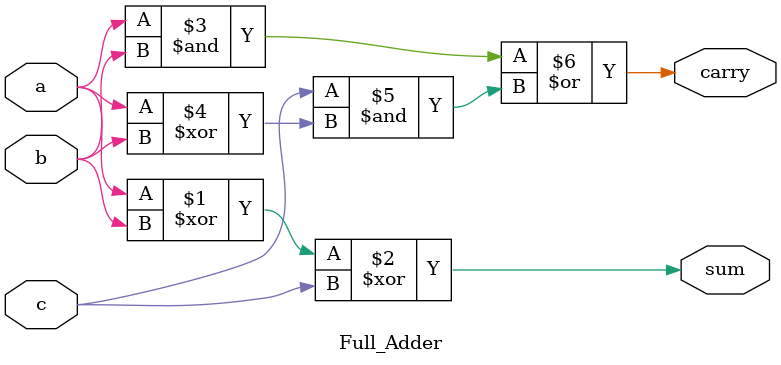
<source format=sv>
module Full_Adder(
    input logic a, b, c,
    output logic sum, carry
    );

    assign sum = ((a ^ b) ^ c);
    assign carry = ((a & b) | (c & (a ^ b)));
endmodule

</source>
